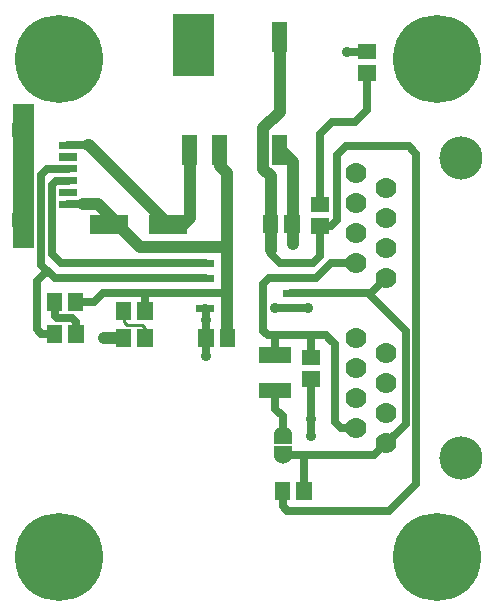
<source format=gbr>
G04 start of page 2 for group 0 idx 0 *
G04 Title: (unknown), component *
G04 Creator: pcb 4.0.2 *
G04 CreationDate: Wed Oct 14 23:17:38 2020 UTC *
G04 For: ndholmes *
G04 Format: Gerber/RS-274X *
G04 PCB-Dimensions (mil): 1600.00 2000.00 *
G04 PCB-Coordinate-Origin: lower left *
%MOIN*%
%FSLAX25Y25*%
%LNTOP*%
%ADD23C,0.1280*%
%ADD22C,0.0350*%
%ADD21C,0.1285*%
%ADD20C,0.0200*%
%ADD19C,0.0360*%
%ADD18C,0.0600*%
%ADD17C,0.1440*%
%ADD16C,0.0700*%
%ADD15C,0.2937*%
%ADD14C,0.0100*%
%ADD13C,0.0400*%
%ADD12C,0.0250*%
%ADD11C,0.0001*%
G54D11*G36*
X1500Y168000D02*X8500D01*
Y120000D01*
X1500D01*
Y168000D01*
G37*
G36*
X55000Y198000D02*X68500D01*
Y177500D01*
X55000D01*
Y198000D01*
G37*
G54D12*X60100Y105000D02*X65500D01*
X58000Y115000D02*X65600D01*
Y110000D02*X56000D01*
X65600Y105000D02*X73043D01*
X66000Y84000D02*Y99600D01*
G54D13*X73043Y90000D02*Y145043D01*
X73000Y120500D02*X73043Y120543D01*
G54D12*X66000Y99600D02*X65600Y100000D01*
G54D13*X70500Y155000D02*Y147543D01*
X73043Y145000D01*
X60500Y154500D02*Y135157D01*
X58500Y128000D02*X60500Y130000D01*
Y140000D01*
G54D12*X17500Y115000D02*X14500Y118000D01*
Y140000D01*
X20000Y142531D02*X16031D01*
X14500Y141000D01*
Y137500D01*
X20000Y146469D02*X12969D01*
G54D13*X26500Y154500D02*X26843D01*
G54D12*X20000Y154343D02*X26843D01*
X27000Y154500D01*
X12969Y146469D02*X11000Y144500D01*
Y114500D01*
X15500Y110000D01*
X20000Y134657D02*X26657D01*
G54D13*X24843D02*X29843D01*
X44000Y120500D01*
X26843Y154500D02*X53343Y128000D01*
X58500D01*
X44000Y120500D02*X73000D01*
G54D12*X22500Y91500D02*Y95500D01*
X21250Y96750D01*
X16250D01*
G54D13*X32000Y90000D02*X38457D01*
G54D14*Y95543D02*X39500Y94500D01*
G54D12*X16250Y96750D02*X15500Y97500D01*
Y101914D01*
X15414Y102000D01*
X15457Y91500D02*X11000D01*
X9500Y93000D01*
Y109000D01*
G54D14*X38457Y99000D02*Y95543D01*
X39500Y94500D02*X44500D01*
X45500Y93500D01*
Y90043D01*
X45543Y90000D01*
G54D12*X9500Y109000D02*X13000Y112500D01*
X60100Y115000D02*X17500D01*
X15500Y110000D02*X60100D01*
X31500Y105000D02*X28500Y102000D01*
X60500Y105000D02*X31500D01*
X28500Y102000D02*X22500D01*
X45543Y99000D02*Y104957D01*
X45500Y105000D01*
X109000Y68000D02*Y88000D01*
X101000Y76414D02*Y57500D01*
X91500Y64000D02*Y57800D01*
X89000Y84405D02*Y91000D01*
Y72595D02*Y66500D01*
X91500Y64000D01*
X101000Y83500D02*Y91000D01*
X98543Y50957D02*X98500Y51000D01*
X109000Y88000D02*X106000Y91000D01*
X86500D02*X106000D01*
X107750Y89250D01*
X88900Y100000D02*X100000D01*
X107500Y115000D02*X102500Y110000D01*
X94400Y105000D02*X120000D01*
X126000Y110000D02*X121000Y105000D01*
X116000Y115000D02*X107500D01*
X105250Y112750D01*
X87000Y110000D02*X85000Y108000D01*
Y92500D01*
X86500Y91000D01*
X132500Y92500D02*X120000Y105000D01*
X102500Y110000D02*X88900D01*
X90500Y115000D02*X101500D01*
X89500Y110000D02*X87000D01*
G54D13*X87457Y128500D02*Y119457D01*
G54D12*X90500Y115000D02*X87457Y118043D01*
Y122457D01*
Y119000D02*Y117957D01*
G54D13*Y128000D02*Y144043D01*
X85000Y146500D01*
X95000Y121500D02*Y148700D01*
X85000Y146500D02*Y160000D01*
X90500Y165500D01*
X95000Y148700D02*X90500Y153200D01*
G54D12*X104000Y127457D02*Y120500D01*
Y134543D02*Y146000D01*
Y142000D02*Y158000D01*
X101500Y115000D02*X104000Y117500D01*
Y123500D01*
Y127457D02*X107457D01*
X109500Y129500D01*
Y151000D01*
X112500Y154000D01*
G54D13*X90500Y165500D02*Y190800D01*
G54D12*X113000Y185500D02*X119457D01*
X119500Y185543D01*
X104000Y158000D02*X108000Y162000D01*
X115500D01*
X119500Y166000D01*
Y178500D01*
X112500Y154000D02*X133500D01*
X136000Y151500D01*
X122000Y51000D02*X132500Y61500D01*
Y92500D01*
X136000Y151500D02*Y41500D01*
X127000Y32500D01*
X98543Y39000D02*Y50957D01*
X127000Y32500D02*X93000D01*
X91500Y34000D01*
Y38957D01*
X91457Y39000D01*
X109000Y69000D02*Y62000D01*
X111000Y60000D01*
X116000D01*
X91500Y51000D02*X122000D01*
G54D15*X143000Y17000D03*
X17000D03*
G54D16*X126000Y55000D03*
X116000Y60000D03*
X126000Y65000D03*
G54D17*X151000Y50000D03*
G54D15*X143000Y183000D03*
X17000D03*
G54D16*X116000Y70000D03*
X126000Y75000D03*
X116000Y80000D03*
Y90000D03*
Y115000D03*
Y125000D03*
Y135000D03*
Y145000D03*
X126000Y85000D03*
Y110000D03*
Y120000D03*
Y130000D03*
Y140000D03*
G54D17*X151000Y150000D03*
G54D18*X91500Y51000D03*
G54D11*G36*
X88500Y54000D02*Y51000D01*
X94500D01*
Y54000D01*
X88500D01*
G37*
G54D18*X91500Y57800D03*
G54D11*G36*
X88500D02*Y54800D01*
X94500D01*
Y57800D01*
X88500D01*
G37*
G36*
X83686Y75154D02*Y70036D01*
X94314D01*
Y75154D01*
X83686D01*
G37*
G36*
X75602Y92952D02*X70484D01*
Y87048D01*
X75602D01*
Y92952D01*
G37*
G36*
X91500Y101100D02*Y98900D01*
X97300D01*
Y101100D01*
X91500D01*
G37*
G36*
Y106100D02*Y103900D01*
X97300D01*
Y106100D01*
X91500D01*
G37*
G36*
Y111100D02*Y108900D01*
X97300D01*
Y111100D01*
X91500D01*
G37*
G36*
Y116100D02*Y113900D01*
X97300D01*
Y116100D01*
X91500D01*
G37*
G36*
X83686Y86964D02*Y81846D01*
X94314D01*
Y86964D01*
X83686D01*
G37*
G36*
X68516Y92952D02*X63398D01*
Y87048D01*
X68516D01*
Y92952D01*
G37*
G36*
X62700Y111100D02*Y108900D01*
X68500D01*
Y111100D01*
X62700D01*
G37*
G36*
Y106100D02*Y103900D01*
X68500D01*
Y106100D01*
X62700D01*
G37*
G36*
Y101100D02*Y98900D01*
X68500D01*
Y101100D01*
X62700D01*
G37*
G36*
X101102Y41952D02*X95984D01*
Y36048D01*
X101102D01*
Y41952D01*
G37*
G36*
X98048Y78973D02*Y73855D01*
X103952D01*
Y78973D01*
X98048D01*
G37*
G36*
Y86059D02*Y80941D01*
X103952D01*
Y86059D01*
X98048D01*
G37*
G36*
X94016Y41952D02*X88898D01*
Y36048D01*
X94016D01*
Y41952D01*
G37*
G36*
X18016Y94452D02*X12898D01*
Y88548D01*
X18016D01*
Y94452D01*
G37*
G36*
X25102D02*X19984D01*
Y88548D01*
X25102D01*
Y94452D01*
G37*
G36*
X17973Y104952D02*X12855D01*
Y99048D01*
X17973D01*
Y104952D01*
G37*
G36*
X25059D02*X19941D01*
Y99048D01*
X25059D01*
Y104952D01*
G37*
G36*
X48102Y101952D02*X42984D01*
Y96048D01*
X48102D01*
Y101952D01*
G37*
G36*
X41016D02*X35898D01*
Y96048D01*
X41016D01*
Y101952D01*
G37*
G36*
Y92952D02*X35898D01*
Y87048D01*
X41016D01*
Y92952D01*
G37*
G36*
X48102D02*X42984D01*
Y87048D01*
X48102D01*
Y92952D01*
G37*
G36*
X16949Y155524D02*Y153162D01*
X23051D01*
Y155524D01*
X16949D01*
G37*
G36*
Y151587D02*Y149225D01*
X23051D01*
Y151587D01*
X16949D01*
G37*
G36*
Y147650D02*Y145288D01*
X23051D01*
Y147650D01*
X16949D01*
G37*
G36*
Y143712D02*Y141350D01*
X23051D01*
Y143712D01*
X16949D01*
G37*
G36*
Y139775D02*Y137413D01*
X23051D01*
Y139775D01*
X16949D01*
G37*
G36*
Y135838D02*Y133476D01*
X23051D01*
Y135838D01*
X16949D01*
G37*
G36*
X1201Y131901D02*Y127177D01*
X8287D01*
Y131901D01*
X1201D01*
G37*
G36*
X27358Y131150D02*Y124850D01*
X39957D01*
Y131150D01*
X27358D01*
G37*
G36*
X47043D02*Y124850D01*
X59642D01*
Y131150D01*
X47043D01*
G37*
G36*
X1201Y161823D02*Y157099D01*
X8287D01*
Y161823D01*
X1201D01*
G37*
G36*
X63000Y157700D02*X58000D01*
Y147700D01*
X63000D01*
Y157700D01*
G37*
G36*
X62700Y116100D02*Y113900D01*
X68500D01*
Y116100D01*
X62700D01*
G37*
G36*
X73000Y157700D02*X68000D01*
Y147700D01*
X73000D01*
Y157700D01*
G37*
G36*
X90016Y130952D02*X84898D01*
Y125048D01*
X90016D01*
Y130952D01*
G37*
G36*
X97102D02*X91984D01*
Y125048D01*
X97102D01*
Y130952D01*
G37*
G36*
X101048Y130016D02*Y124898D01*
X106952D01*
Y130016D01*
X101048D01*
G37*
G36*
Y137102D02*Y131984D01*
X106952D01*
Y137102D01*
X101048D01*
G37*
G36*
X116548Y188102D02*Y182984D01*
X122452D01*
Y188102D01*
X116548D01*
G37*
G36*
Y181016D02*Y175898D01*
X122452D01*
Y181016D01*
X116548D01*
G37*
G36*
X93000Y157700D02*X88000D01*
Y147700D01*
X93000D01*
Y157700D01*
G37*
G36*
X63000Y195300D02*X58000D01*
Y185300D01*
X63000D01*
Y195300D01*
G37*
G36*
X93000D02*X88000D01*
Y185300D01*
X93000D01*
Y195300D01*
G37*
G54D19*X66000Y96000D03*
Y84000D03*
X95000Y121500D03*
Y134000D03*
X100000Y100000D03*
X88900D03*
X26500Y154500D03*
X32000Y90000D03*
X95000Y145500D03*
X113000Y185500D03*
X95000Y140000D03*
X101000Y63000D03*
Y57500D03*
X60500Y140500D03*
X47000Y134500D03*
X43500Y138000D03*
X60500Y145500D03*
G54D20*G54D21*G54D22*G54D23*G54D21*G54D22*G54D23*M02*

</source>
